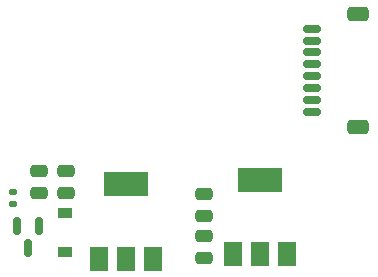
<source format=gbr>
%TF.GenerationSoftware,KiCad,Pcbnew,6.0.11-2627ca5db0~126~ubuntu22.04.1*%
%TF.CreationDate,2023-03-08T23:59:17+01:00*%
%TF.ProjectId,asac-fc-rev-a,61736163-2d66-4632-9d72-65762d612e6b,A*%
%TF.SameCoordinates,Original*%
%TF.FileFunction,Paste,Bot*%
%TF.FilePolarity,Positive*%
%FSLAX46Y46*%
G04 Gerber Fmt 4.6, Leading zero omitted, Abs format (unit mm)*
G04 Created by KiCad (PCBNEW 6.0.11-2627ca5db0~126~ubuntu22.04.1) date 2023-03-08 23:59:17*
%MOMM*%
%LPD*%
G01*
G04 APERTURE LIST*
G04 Aperture macros list*
%AMRoundRect*
0 Rectangle with rounded corners*
0 $1 Rounding radius*
0 $2 $3 $4 $5 $6 $7 $8 $9 X,Y pos of 4 corners*
0 Add a 4 corners polygon primitive as box body*
4,1,4,$2,$3,$4,$5,$6,$7,$8,$9,$2,$3,0*
0 Add four circle primitives for the rounded corners*
1,1,$1+$1,$2,$3*
1,1,$1+$1,$4,$5*
1,1,$1+$1,$6,$7*
1,1,$1+$1,$8,$9*
0 Add four rect primitives between the rounded corners*
20,1,$1+$1,$2,$3,$4,$5,0*
20,1,$1+$1,$4,$5,$6,$7,0*
20,1,$1+$1,$6,$7,$8,$9,0*
20,1,$1+$1,$8,$9,$2,$3,0*%
G04 Aperture macros list end*
%ADD10R,1.200000X0.900000*%
%ADD11R,1.500000X2.000000*%
%ADD12R,3.800000X2.000000*%
%ADD13RoundRect,0.250000X0.475000X-0.250000X0.475000X0.250000X-0.475000X0.250000X-0.475000X-0.250000X0*%
%ADD14RoundRect,0.250000X-0.650000X0.350000X-0.650000X-0.350000X0.650000X-0.350000X0.650000X0.350000X0*%
%ADD15RoundRect,0.150000X-0.625000X0.150000X-0.625000X-0.150000X0.625000X-0.150000X0.625000X0.150000X0*%
%ADD16RoundRect,0.135000X0.185000X-0.135000X0.185000X0.135000X-0.185000X0.135000X-0.185000X-0.135000X0*%
%ADD17RoundRect,0.150000X-0.150000X0.587500X-0.150000X-0.587500X0.150000X-0.587500X0.150000X0.587500X0*%
G04 APERTURE END LIST*
D10*
%TO.C,D4*%
X115670000Y-129600000D03*
X115670000Y-132900000D03*
%TD*%
D11*
%TO.C,U4*%
X134500000Y-133125000D03*
D12*
X132200000Y-126825000D03*
D11*
X132200000Y-133125000D03*
X129900000Y-133125000D03*
%TD*%
D13*
%TO.C,C22*%
X127490000Y-129890000D03*
X127490000Y-127990000D03*
%TD*%
%TO.C,C20*%
X127450000Y-133425000D03*
X127450000Y-131525000D03*
%TD*%
%TO.C,C21*%
X113550000Y-127950000D03*
X113550000Y-126050000D03*
%TD*%
D11*
%TO.C,U5*%
X118575000Y-133475000D03*
X120875000Y-133475000D03*
D12*
X120875000Y-127175000D03*
D11*
X123175000Y-133475000D03*
%TD*%
D14*
%TO.C,J11*%
X140525000Y-122325000D03*
X140525000Y-112725000D03*
D15*
X136650000Y-121025000D03*
X136650000Y-120025000D03*
X136650000Y-119025000D03*
X136650000Y-118025000D03*
X136650000Y-117025000D03*
X136650000Y-116025000D03*
X136650000Y-115025000D03*
X136650000Y-114025000D03*
%TD*%
D13*
%TO.C,C23*%
X115770000Y-126020000D03*
X115770000Y-127920000D03*
%TD*%
D16*
%TO.C,R14*%
X111290000Y-128840000D03*
X111290000Y-127820000D03*
%TD*%
D17*
%TO.C,Q1*%
X111650000Y-130722500D03*
X113550000Y-130722500D03*
X112600000Y-132597500D03*
%TD*%
M02*

</source>
